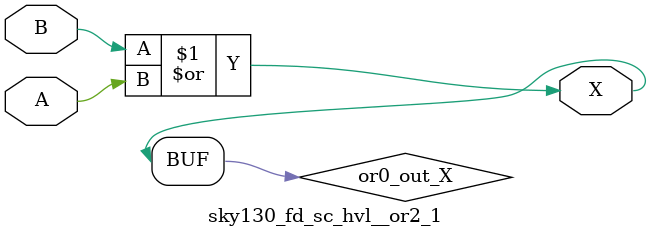
<source format=v>
/*
 * Copyright 2020 The SkyWater PDK Authors
 *
 * Licensed under the Apache License, Version 2.0 (the "License");
 * you may not use this file except in compliance with the License.
 * You may obtain a copy of the License at
 *
 *     https://www.apache.org/licenses/LICENSE-2.0
 *
 * Unless required by applicable law or agreed to in writing, software
 * distributed under the License is distributed on an "AS IS" BASIS,
 * WITHOUT WARRANTIES OR CONDITIONS OF ANY KIND, either express or implied.
 * See the License for the specific language governing permissions and
 * limitations under the License.
 *
 * SPDX-License-Identifier: Apache-2.0
*/


`ifndef SKY130_FD_SC_HVL__OR2_1_FUNCTIONAL_V
`define SKY130_FD_SC_HVL__OR2_1_FUNCTIONAL_V

/**
 * or2: 2-input OR.
 *
 * Verilog simulation functional model.
 */

`timescale 1ns / 1ps
`default_nettype none

`celldefine
module sky130_fd_sc_hvl__or2_1 (
    X,
    A,
    B
);

    // Module ports
    output X;
    input  A;
    input  B;

    // Local signals
    wire or0_out_X;

    //  Name  Output     Other arguments
    or  or0  (or0_out_X, B, A           );
    buf buf0 (X        , or0_out_X      );

endmodule
`endcelldefine

`default_nettype wire
`endif  // SKY130_FD_SC_HVL__OR2_1_FUNCTIONAL_V

</source>
